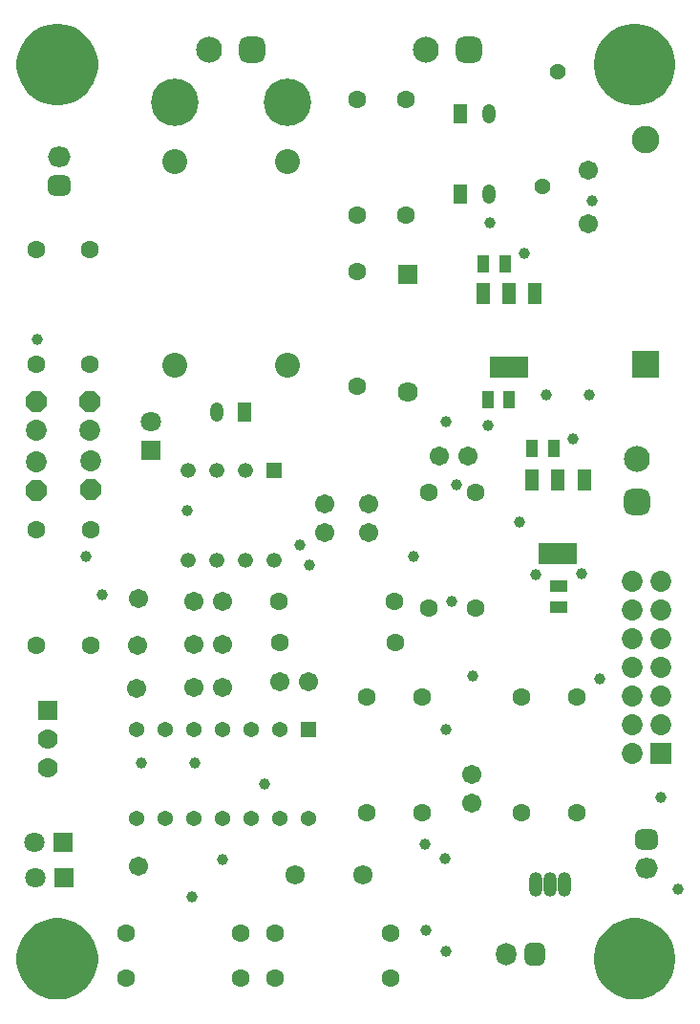
<source format=gts>
G04*
G04 #@! TF.GenerationSoftware,Altium Limited,Altium Designer,21.3.2 (30)*
G04*
G04 Layer_Color=8388736*
%FSTAX25Y25*%
%MOIN*%
G70*
G04*
G04 #@! TF.SameCoordinates,19385EB9-96A7-4604-B433-F295045984F4*
G04*
G04*
G04 #@! TF.FilePolarity,Negative*
G04*
G01*
G75*
%ADD26C,0.06706*%
%ADD27R,0.05918X0.04343*%
%ADD28R,0.04540X0.07296*%
%ADD29R,0.13792X0.07296*%
%ADD30R,0.04343X0.05918*%
%ADD31C,0.07099*%
%ADD32R,0.07099X0.07099*%
G04:AMPARAMS|DCode=33|XSize=90.68mil|YSize=90.68mil|CornerRadius=24.67mil|HoleSize=0mil|Usage=FLASHONLY|Rotation=180.000|XOffset=0mil|YOffset=0mil|HoleType=Round|Shape=RoundedRectangle|*
%AMROUNDEDRECTD33*
21,1,0.09068,0.04134,0,0,180.0*
21,1,0.04134,0.09068,0,0,180.0*
1,1,0.04934,-0.02067,0.02067*
1,1,0.04934,0.02067,0.02067*
1,1,0.04934,0.02067,-0.02067*
1,1,0.04934,-0.02067,-0.02067*
%
%ADD33ROUNDEDRECTD33*%
%ADD34C,0.09068*%
%ADD35C,0.08674*%
G04:AMPARAMS|DCode=36|XSize=78.87mil|YSize=70.99mil|CornerRadius=19.75mil|HoleSize=0mil|Usage=FLASHONLY|Rotation=180.000|XOffset=0mil|YOffset=0mil|HoleType=Round|Shape=RoundedRectangle|*
%AMROUNDEDRECTD36*
21,1,0.07887,0.03150,0,0,180.0*
21,1,0.03937,0.07099,0,0,180.0*
1,1,0.03950,-0.01968,0.01575*
1,1,0.03950,0.01968,0.01575*
1,1,0.03950,0.01968,-0.01575*
1,1,0.03950,-0.01968,-0.01575*
%
%ADD36ROUNDEDRECTD36*%
%ADD37O,0.07887X0.07099*%
%ADD38C,0.06312*%
%ADD39P,0.07902X8X292.5*%
%ADD40C,0.07300*%
%ADD41R,0.05406X0.05406*%
%ADD42C,0.05406*%
%ADD43C,0.07000*%
%ADD44R,0.07000X0.07000*%
%ADD45C,0.06776*%
%ADD46O,0.04737X0.08674*%
%ADD47C,0.07296*%
%ADD48R,0.07296X0.07296*%
G04:AMPARAMS|DCode=49|XSize=90.68mil|YSize=90.68mil|CornerRadius=24.67mil|HoleSize=0mil|Usage=FLASHONLY|Rotation=90.000|XOffset=0mil|YOffset=0mil|HoleType=Round|Shape=RoundedRectangle|*
%AMROUNDEDRECTD49*
21,1,0.09068,0.04134,0,0,90.0*
21,1,0.04134,0.09068,0,0,90.0*
1,1,0.04934,0.02067,0.02067*
1,1,0.04934,0.02067,-0.02067*
1,1,0.04934,-0.02067,-0.02067*
1,1,0.04934,-0.02067,0.02067*
%
%ADD49ROUNDEDRECTD49*%
%ADD50O,0.04737X0.06706*%
%ADD51R,0.04737X0.06706*%
%ADD52C,0.09658*%
%ADD53R,0.09658X0.09658*%
%ADD54R,0.07099X0.07099*%
G04:AMPARAMS|DCode=55|XSize=78.87mil|YSize=70.99mil|CornerRadius=19.75mil|HoleSize=0mil|Usage=FLASHONLY|Rotation=270.000|XOffset=0mil|YOffset=0mil|HoleType=Round|Shape=RoundedRectangle|*
%AMROUNDEDRECTD55*
21,1,0.07887,0.03150,0,0,270.0*
21,1,0.03937,0.07099,0,0,270.0*
1,1,0.03950,-0.01575,-0.01968*
1,1,0.03950,-0.01575,0.01968*
1,1,0.03950,0.01575,0.01968*
1,1,0.03950,0.01575,-0.01968*
%
%ADD55ROUNDEDRECTD55*%
%ADD56O,0.07099X0.07887*%
%ADD57C,0.16548*%
%ADD58C,0.05635*%
%ADD59R,0.05249X0.05249*%
%ADD60C,0.05249*%
%ADD61R,0.07060X0.07060*%
%ADD62C,0.07060*%
%ADD63C,0.03950*%
%ADD64C,0.03398*%
G36*
X0128518Y0083257D02*
X0128518Y0082333D01*
X0128277Y0080499D01*
X0127798Y0078713D01*
X0127091Y0077005D01*
X0126166Y0075403D01*
X012504Y0073936D01*
X0123733Y0072628D01*
X0122266Y0071503D01*
X0120664Y0070578D01*
X0118956Y006987D01*
X011717Y0069392D01*
X0115336Y006915D01*
X0114412D01*
X0113478Y006915D01*
X0111628Y0069394D01*
X0109825Y0069876D01*
X0108101Y007059D01*
X0106484Y0071523D01*
X0105003Y0072659D01*
X0103683Y0073979D01*
X0102547Y0075459D01*
X0101613Y0077076D01*
X0100899Y00788D01*
X0100416Y0080603D01*
X0100172Y0082453D01*
X0100171Y0083386D01*
X0100171Y0084314D01*
X0100414Y0086153D01*
X0100896Y0087945D01*
X0101608Y0089658D01*
X0102538Y0091263D01*
X010367Y0092733D01*
X0104985Y0094042D01*
X010646Y0095167D01*
X010807Y009609D01*
X0109786Y0096794D01*
X0111581Y0097267D01*
X0113421Y0097501D01*
X0114349Y0097497D01*
X0115279Y0097492D01*
X0117123Y0097241D01*
X0118918Y0096752D01*
X0120635Y0096034D01*
X0122243Y0095098D01*
X0123716Y0093961D01*
X0125029Y0092642D01*
X0126158Y0091163D01*
X0127086Y008955D01*
X0127796Y008783D01*
X0128276Y0086033D01*
X0128518Y0084188D01*
X0128518Y0083257D01*
D01*
D02*
G37*
G36*
X0330054D02*
X0330054Y0082333D01*
X0329813Y0080499D01*
X0329334Y0078713D01*
X0328626Y0077005D01*
X0327702Y0075403D01*
X0326576Y0073936D01*
X0325268Y0072628D01*
X0323801Y0071503D01*
X03222Y0070578D01*
X0320491Y006987D01*
X0318705Y0069392D01*
X0316872Y006915D01*
X0315947D01*
X0315014Y006915D01*
X0313163Y0069394D01*
X031136Y0069876D01*
X0309636Y007059D01*
X0308019Y0071523D01*
X0306539Y0072659D01*
X0305219Y0073979D01*
X0304082Y0075459D01*
X0303149Y0077076D01*
X0302434Y00788D01*
X0301951Y0080603D01*
X0301707Y0082453D01*
X0301707Y0083386D01*
X0301707Y0084314D01*
X030195Y0086153D01*
X0302431Y0087945D01*
X0303143Y0089658D01*
X0304074Y0091263D01*
X0305206Y0092733D01*
X0306521Y0094042D01*
X0307996Y0095167D01*
X0309605Y009609D01*
X0311322Y0096794D01*
X0313116Y0097267D01*
X0314956Y0097501D01*
X0315884Y0097497D01*
X0316814Y0097492D01*
X0318658Y0097241D01*
X0320454Y0096752D01*
X032217Y0096034D01*
X0323778Y0095098D01*
X0325251Y0093961D01*
X0326564Y0092642D01*
X0327694Y0091163D01*
X0328622Y008955D01*
X0329331Y008783D01*
X0329812Y0086033D01*
X0330054Y0084188D01*
X0330054Y0083257D01*
D01*
D02*
G37*
G36*
X0128518Y0395048D02*
X0128518Y0394123D01*
X0128277Y039229D01*
X0127798Y0390504D01*
X0127091Y0388795D01*
X0126166Y0387194D01*
X012504Y0385727D01*
X0123733Y0384419D01*
X0122266Y0383293D01*
X0120664Y0382369D01*
X0118956Y0381661D01*
X011717Y0381182D01*
X0115336Y0380941D01*
X0114412D01*
X0113478Y0380941D01*
X0111628Y0381184D01*
X0109825Y0381667D01*
X0108101Y0382381D01*
X0106484Y0383314D01*
X0105003Y038445D01*
X0103683Y0385769D01*
X0102547Y038725D01*
X0101613Y0388866D01*
X0100899Y039059D01*
X0100416Y0392393D01*
X0100172Y0394244D01*
X0100171Y0395177D01*
X0100171Y0396104D01*
X0100414Y0397944D01*
X0100896Y0399735D01*
X0101608Y0401449D01*
X0102538Y0403054D01*
X010367Y0404524D01*
X0104985Y0405832D01*
X010646Y0406958D01*
X010807Y040788D01*
X0109786Y0408584D01*
X0111581Y0409057D01*
X0113421Y0409292D01*
X0114349Y0409287D01*
X0115279Y0409283D01*
X0117123Y0409031D01*
X0118918Y0408542D01*
X0120635Y0407824D01*
X0122243Y0406888D01*
X0123716Y0405751D01*
X0125029Y0404432D01*
X0126158Y0402954D01*
X0127086Y0401341D01*
X0127796Y0399621D01*
X0128276Y0397823D01*
X0128518Y0395978D01*
X0128518Y0395048D01*
D01*
D02*
G37*
G36*
X0330054D02*
X0330054Y0394123D01*
X0329813Y039229D01*
X0329334Y0390504D01*
X0328626Y0388795D01*
X0327702Y0387194D01*
X0326576Y0385727D01*
X0325268Y0384419D01*
X0323801Y0383293D01*
X03222Y0382369D01*
X0320491Y0381661D01*
X0318705Y0381182D01*
X0316872Y0380941D01*
X0315947D01*
X0315014Y0380941D01*
X0313163Y0381184D01*
X031136Y0381667D01*
X0309636Y0382381D01*
X0308019Y0383314D01*
X0306539Y038445D01*
X0305219Y0385769D01*
X0304082Y038725D01*
X0303149Y0388866D01*
X0302434Y039059D01*
X0301951Y0392393D01*
X0301707Y0394244D01*
X0301707Y0395177D01*
X0301707Y0396104D01*
X030195Y0397944D01*
X0302431Y0399735D01*
X0303143Y0401449D01*
X0304074Y0403054D01*
X0305206Y0404524D01*
X0306521Y0405832D01*
X0307996Y0406958D01*
X0309605Y040788D01*
X0311322Y0408584D01*
X0313116Y0409057D01*
X0314956Y0409292D01*
X0315884Y0409287D01*
X0316814Y0409283D01*
X0318658Y0409031D01*
X0320454Y0408542D01*
X032217Y0407824D01*
X0323778Y0406888D01*
X0325251Y0405751D01*
X0326564Y0404432D01*
X0327694Y0402954D01*
X0328622Y0401341D01*
X0329331Y0399621D01*
X0329812Y0397823D01*
X0330054Y0395978D01*
X0330054Y0395048D01*
D01*
D02*
G37*
D26*
X01421Y01776D02*
D03*
X01427Y02091D02*
D03*
X01422Y01927D02*
D03*
X02997Y03398D02*
D03*
X02998Y03583D02*
D03*
X01428Y01155D02*
D03*
X0192Y018D02*
D03*
X0202D02*
D03*
X0172035Y0208021D02*
D03*
X0162035D02*
D03*
Y0193011D02*
D03*
X0172035D02*
D03*
X0161935Y0178D02*
D03*
X0171935D02*
D03*
X02589Y0137665D02*
D03*
Y0147665D02*
D03*
X02476Y02588D02*
D03*
X02576D02*
D03*
X02076Y0231892D02*
D03*
Y0241893D02*
D03*
X0223Y0231892D02*
D03*
Y0241893D02*
D03*
D27*
X02892Y020592D02*
D03*
Y02134D02*
D03*
D28*
X02982Y0250321D02*
D03*
X0289145D02*
D03*
X028009D02*
D03*
X02811Y03154D02*
D03*
X0272045D02*
D03*
X026299D02*
D03*
D29*
X0289145Y0224534D02*
D03*
X0272045Y0289613D02*
D03*
D30*
X026462Y02783D02*
D03*
X02721D02*
D03*
X027064Y03258D02*
D03*
X026316D02*
D03*
X028754Y02612D02*
D03*
X028006D02*
D03*
D31*
X01066Y01117D02*
D03*
X01064Y01241D02*
D03*
X0147Y02706D02*
D03*
D32*
X01166Y01117D02*
D03*
X01164Y01241D02*
D03*
D33*
X02579Y0400435D02*
D03*
X01824D02*
D03*
D34*
X02429D02*
D03*
X01674D02*
D03*
X0316614Y02575D02*
D03*
D35*
X0194599Y0290363D02*
D03*
Y0361229D02*
D03*
X0155229Y0290363D02*
D03*
Y0361229D02*
D03*
D36*
X0115Y0353D02*
D03*
X032Y0125D02*
D03*
D37*
X0115Y0363D02*
D03*
X032Y0115D02*
D03*
D38*
X0106903Y0330779D02*
D03*
Y0290622D02*
D03*
X0125803Y0330779D02*
D03*
Y0290622D02*
D03*
X0107003Y0232936D02*
D03*
Y0192778D02*
D03*
X0125903Y0232936D02*
D03*
Y0192778D02*
D03*
X0192121Y01938D02*
D03*
X0232279D02*
D03*
X0231979Y02081D02*
D03*
X0191821D02*
D03*
X0138242Y0076621D02*
D03*
X01784D02*
D03*
Y0092221D02*
D03*
X0138242D02*
D03*
X0190421Y0076621D02*
D03*
X0230579D02*
D03*
X0190421Y0092221D02*
D03*
X0230579D02*
D03*
X02764Y0174479D02*
D03*
Y0134321D02*
D03*
X02956D02*
D03*
Y0174479D02*
D03*
X02605Y0245821D02*
D03*
Y0205664D02*
D03*
X02441Y0245921D02*
D03*
Y0205764D02*
D03*
X0219Y03427D02*
D03*
Y0382857D02*
D03*
X02361Y03427D02*
D03*
Y0382857D02*
D03*
X02222Y0134321D02*
D03*
Y0174479D02*
D03*
X02416Y0134321D02*
D03*
Y0174479D02*
D03*
X0219Y0282821D02*
D03*
Y0322979D02*
D03*
D39*
X0106903Y0277601D02*
D03*
X0125803D02*
D03*
X0125903Y0246957D02*
D03*
X0107003Y0246657D02*
D03*
D40*
X0106903Y0267601D02*
D03*
X0125803D02*
D03*
X0125903Y0256957D02*
D03*
X0107003Y0256657D02*
D03*
D41*
X02021Y016346D02*
D03*
D42*
X01921D02*
D03*
X01821D02*
D03*
X01721D02*
D03*
X01621D02*
D03*
X01521D02*
D03*
X01421D02*
D03*
Y01322D02*
D03*
X01521D02*
D03*
X01621D02*
D03*
X01721D02*
D03*
X01821D02*
D03*
X01921D02*
D03*
X02021D02*
D03*
D43*
X0111Y015D02*
D03*
Y016D02*
D03*
D44*
Y017D02*
D03*
D45*
X0221Y01127D02*
D03*
X0197378D02*
D03*
D46*
X02812Y01093D02*
D03*
X02862D02*
D03*
X02912D02*
D03*
D47*
X0315Y0215D02*
D03*
Y0205D02*
D03*
X0325Y0215D02*
D03*
Y0205D02*
D03*
X0315Y0195D02*
D03*
X0325D02*
D03*
X0315Y0165D02*
D03*
X0325D02*
D03*
X0315Y0155D02*
D03*
X0325Y0175D02*
D03*
X0315D02*
D03*
X0325Y0185D02*
D03*
X0315D02*
D03*
D48*
X0325Y0155D02*
D03*
D49*
X0316614Y02425D02*
D03*
D50*
X02649Y0378121D02*
D03*
X0265Y03499D02*
D03*
X0169957Y0274121D02*
D03*
D51*
X0255058Y0378121D02*
D03*
X0255157Y03499D02*
D03*
X01798Y0274121D02*
D03*
D52*
X03197Y0369065D02*
D03*
D53*
Y02906D02*
D03*
D54*
X0147Y02606D02*
D03*
D55*
X0281Y0085D02*
D03*
D56*
X0271D02*
D03*
D57*
X0114345Y0083324D02*
D03*
X031588D02*
D03*
X0114345Y0395114D02*
D03*
X031588D02*
D03*
X01946Y0382021D02*
D03*
X015523D02*
D03*
D58*
X0283841Y035252D02*
D03*
X0288959Y039248D02*
D03*
D59*
X01899Y0253551D02*
D03*
D60*
X01799D02*
D03*
X01699D02*
D03*
X01599D02*
D03*
Y0222291D02*
D03*
X01699D02*
D03*
X01799D02*
D03*
X01899D02*
D03*
D61*
X02366Y0321887D02*
D03*
D62*
Y02811D02*
D03*
D63*
X0325Y01396D02*
D03*
X01437Y01516D02*
D03*
X01622Y01515D02*
D03*
X0331Y01075D02*
D03*
X01614Y01049D02*
D03*
X02536Y02487D02*
D03*
X02521Y02081D02*
D03*
X02498Y01183D02*
D03*
X02426Y01234D02*
D03*
X02023Y0220665D02*
D03*
X0198982Y0227697D02*
D03*
X01243Y02238D02*
D03*
X01075Y02994D02*
D03*
X02388Y02235D02*
D03*
X02501Y02705D02*
D03*
X0172Y01181D02*
D03*
X02756Y02357D02*
D03*
X01596Y02398D02*
D03*
X02945Y02648D02*
D03*
X02647Y02694D02*
D03*
X02774Y03294D02*
D03*
X02655Y03399D02*
D03*
X0301073Y0347627D02*
D03*
X03036Y01811D02*
D03*
X02594Y01819D02*
D03*
X0243Y00933D02*
D03*
X02501Y0086D02*
D03*
X013Y02104D02*
D03*
X02501Y01634D02*
D03*
X01868Y01444D02*
D03*
X02813Y02172D02*
D03*
X02975Y02175D02*
D03*
X0285Y028D02*
D03*
X03D02*
D03*
D64*
X0118676Y0072891D02*
D03*
X0103912Y0078993D02*
D03*
X0110014Y0093757D02*
D03*
X0124778Y0087654D02*
D03*
X0103912D02*
D03*
X0118676Y0093757D02*
D03*
X0124778Y0078993D02*
D03*
X0110014Y0072891D02*
D03*
X0320211D02*
D03*
X0305447Y0078993D02*
D03*
X031155Y0093757D02*
D03*
X0326313Y0087654D02*
D03*
X0305447D02*
D03*
X0320211Y0093757D02*
D03*
X0326313Y0078993D02*
D03*
X031155Y0072891D02*
D03*
X0118676Y0384681D02*
D03*
X0103912Y0390784D02*
D03*
X0110014Y0405547D02*
D03*
X0124778Y0399445D02*
D03*
X0103912D02*
D03*
X0118676Y0405547D02*
D03*
X0124778Y0390784D02*
D03*
X0110014Y0384681D02*
D03*
X031155D02*
D03*
X0326313Y0390784D02*
D03*
X0320211Y0405547D02*
D03*
X0305447Y0399445D02*
D03*
X0326313D02*
D03*
X031155Y0405547D02*
D03*
X0305447Y0390784D02*
D03*
X0320211Y0384681D02*
D03*
M02*

</source>
